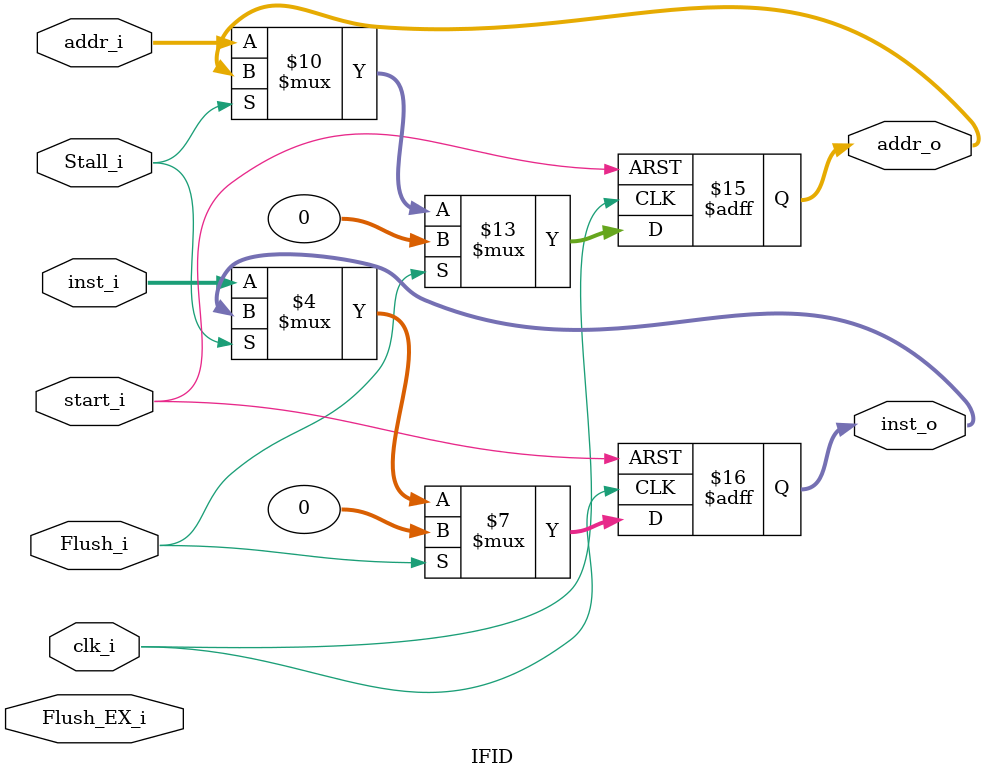
<source format=v>


// endmodule

/*
兩種flush
第一種預測 taken 設定 flush
另一種是預測失誤要洗掉的 flush
*/
module IFID (
    clk_i,
    start_i,
    addr_i,
    inst_i,
    Stall_i,
    Flush_i,
    Flush_EX_i, /*add*/
    addr_o,
    inst_o
);

input clk_i, start_i;
input   Stall_i, Flush_i;
input [31:0] addr_i, inst_i;
output [31:0] addr_o, inst_o;
reg [31:0] addr_o, inst_o;
/*add*/
input Flush_EX_i;

always @ ( posedge clk_i or negedge start_i) begin
  if (start_i == 0) begin
    addr_o <= 0;
    inst_o <= 0;
  end
  else if (Flush_i) begin
    addr_o <= 0;
    inst_o <= 0;
  end
  else begin
    if (Stall_i) begin //stall
        addr_o <= addr_o;
        inst_o <= inst_o;
    end
    else begin
        addr_o <= addr_i;
        inst_o <= inst_i;
    end
  end
end
endmodule


/*
Flush 發生 output清成０
lw 後面接ALU運算會發生stall
*/
</source>
